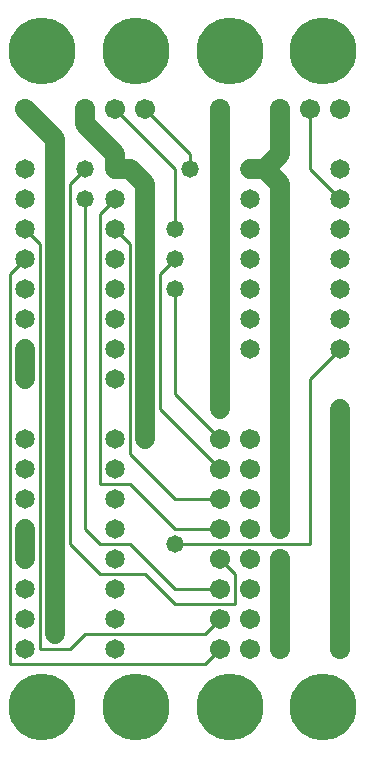
<source format=gtl>
%MOIN*%
%FSLAX25Y25*%
G04 D10 used for Character Trace; *
G04     Circle (OD=.01000) (No hole)*
G04 D11 used for Power Trace; *
G04     Circle (OD=.06700) (No hole)*
G04 D12 used for Signal Trace; *
G04     Circle (OD=.01100) (No hole)*
G04 D13 used for Via; *
G04     Circle (OD=.05800) (Round. Hole ID=.02800)*
G04 D14 used for Component hole; *
G04     Circle (OD=.06500) (Round. Hole ID=.03500)*
G04 D15 used for Component hole; *
G04     Circle (OD=.06700) (Round. Hole ID=.04300)*
G04 D16 used for Component hole; *
G04     Circle (OD=.08100) (Round. Hole ID=.05100)*
G04 D17 used for Component hole; *
G04     Circle (OD=.08900) (Round. Hole ID=.05900)*
G04 D18 used for Component hole; *
G04     Circle (OD=.11300) (Round. Hole ID=.08300)*
G04 D19 used for Component hole; *
G04     Circle (OD=.16000) (Round. Hole ID=.13000)*
G04 D20 used for Component hole; *
G04     Circle (OD=.18300) (Round. Hole ID=.15300)*
G04 D21 used for Component hole; *
G04     Circle (OD=.22291) (Round. Hole ID=.19291)*
%ADD10C,.01000*%
%ADD11C,.06700*%
%ADD12C,.01100*%
%ADD13C,.05800*%
%ADD14C,.06500*%
%ADD15C,.06700*%
%ADD16C,.08100*%
%ADD17C,.08900*%
%ADD18C,.11300*%
%ADD19C,.16000*%
%ADD20C,.18300*%
%ADD21C,.22291*%
%IPPOS*%
%LPD*%
G90*X0Y0D02*D21*X15625Y15625D03*D12*              
X5000Y30000D02*X70000D01*X75000Y35000D01*D15*D03* 
D12*X30000Y40000D02*X70000D01*X25000Y35000D02*    
X30000Y40000D01*X15000Y35000D02*X25000D01*        
X15000D02*Y170000D01*X10000Y175000D01*D14*D03*    
Y185000D03*Y165000D03*D12*X5000Y160000D01*        
Y30000D01*D14*X10000Y35000D03*Y45000D03*D13*      
X20000Y40000D03*D11*Y75000D01*D13*D03*D11*        
Y100000D01*D13*D03*D11*Y125000D01*D13*D03*D11*    
Y205000D01*X10000Y215000D01*D15*D03*D13*          
X30000Y195000D03*D12*X25000Y190000D01*Y70000D01*  
X35000Y60000D01*X50000D01*X60000Y50000D01*        
X80000D01*Y60000D01*X75000Y65000D01*D15*D03*      
X85000Y55000D03*Y75000D03*Y65000D03*              
X75000Y75000D03*D12*X60000D01*X45000Y90000D01*    
X35000D01*Y180000D01*X40000Y185000D01*D14*D03*D11*
X50000Y190000D02*X45000Y195000D01*                
X50000Y125000D02*Y190000D01*D13*Y125000D03*D11*   
Y105000D01*D13*D03*D12*X60000Y85000D02*           
X45000Y100000D01*X60000Y85000D02*X75000D01*D15*   
D03*X85000Y95000D03*Y85000D03*X75000Y95000D03*D12*
X55000Y115000D01*Y160000D01*X60000Y165000D01*D13* 
D03*Y175000D03*D12*Y195000D01*X40000Y215000D01*   
D15*D03*X50000D03*D12*X65000Y200000D01*Y195000D01*
D13*D03*D14*X85000Y175000D03*Y185000D03*D15*      
X75000Y215000D03*D11*Y115000D01*D13*D03*D15*      
X85000Y105000D03*X75000D03*D12*X60000Y120000D01*  
Y155000D01*D13*D03*D12*X45000Y100000D02*          
Y170000D01*D14*X40000Y105000D03*Y95000D03*        
Y85000D03*D12*X35000Y70000D02*X30000Y75000D01*    
X35000Y70000D02*X45000D01*X60000Y55000D01*        
X75000D01*D15*D03*X85000Y45000D03*X75000D03*D12*  
X70000Y40000D01*D15*X85000Y35000D03*              
X95000Y65000D03*D11*Y55000D01*D15*D03*D11*        
Y45000D01*D15*D03*D11*Y35000D01*D15*D03*          
X115000Y55000D03*D11*Y45000D01*D15*D03*D11*       
Y35000D01*D15*D03*D21*X109375Y15625D03*D11*       
X115000Y55000D02*Y65000D01*D15*D03*D11*Y75000D01* 
D15*D03*D11*Y85000D01*D15*D03*D11*Y95000D01*D15*  
D03*D11*Y105000D01*D15*D03*D11*Y115000D01*D13*D03*
D12*X105000Y70000D02*Y125000D01*X60000Y70000D02*  
X105000D01*D13*X60000D03*D14*X40000Y75000D03*     
Y65000D03*Y55000D03*Y45000D03*D12*X30000Y75000D02*
Y185000D01*D13*D03*D14*X40000Y175000D03*D12*      
X45000Y170000D01*D14*X40000Y165000D03*Y155000D03* 
Y145000D03*D11*Y195000D02*X45000D01*D14*X40000D03*
D11*Y200000D01*X30000Y210000D01*Y215000D01*D15*   
D03*D14*X10000Y195000D03*D21*X46875Y234375D03*    
X15625D03*X78125D03*D14*X85000Y165000D03*         
Y195000D03*D11*X90000D01*X95000Y190000D01*        
Y125000D01*D13*D03*D11*Y105000D01*D15*D03*D11*    
Y95000D01*D15*D03*D11*Y85000D01*D15*D03*D11*      
Y75000D01*D15*D03*D12*X105000Y125000D02*          
X115000Y135000D01*D14*D03*Y145000D03*Y155000D03*  
X85000D03*Y145000D03*X115000Y165000D03*           
X85000Y135000D03*X115000Y175000D03*Y185000D03*D12*
X105000Y195000D01*Y215000D01*D15*D03*X115000D03*  
X95000D03*D11*Y200000D01*X90000Y195000D01*D14*    
X115000D03*D21*X109375Y234375D03*D14*             
X40000Y135000D03*Y125000D03*X10000Y155000D03*     
Y145000D03*Y135000D03*D11*Y125000D01*D14*D03*     
Y105000D03*Y95000D03*Y85000D03*Y75000D03*D11*     
Y65000D01*D14*D03*Y55000D03*X40000Y35000D03*D21*  
X46875Y15625D03*X78125D03*M02*                    

</source>
